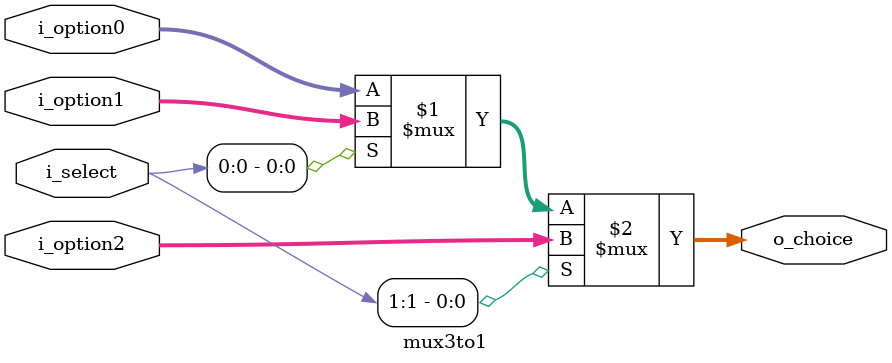
<source format=v>
`timescale 1ns / 1ps

module  mux3to1 #
                (
                    parameter DATA_WIDTH    = 32
                )
                (
                    input  [DATA_WIDTH-1:0] i_option0,
                    input  [DATA_WIDTH-1:0] i_option1,
                    input  [DATA_WIDTH-1:0] i_option2,
                    input  [1:0]            i_select,
                    output [DATA_WIDTH-1:0] o_choice
                );
                
    assign o_choice = i_select[1] ? i_option2 : (i_select[0] ? i_option1 : i_option0);

endmodule  //mux3to1
</source>
